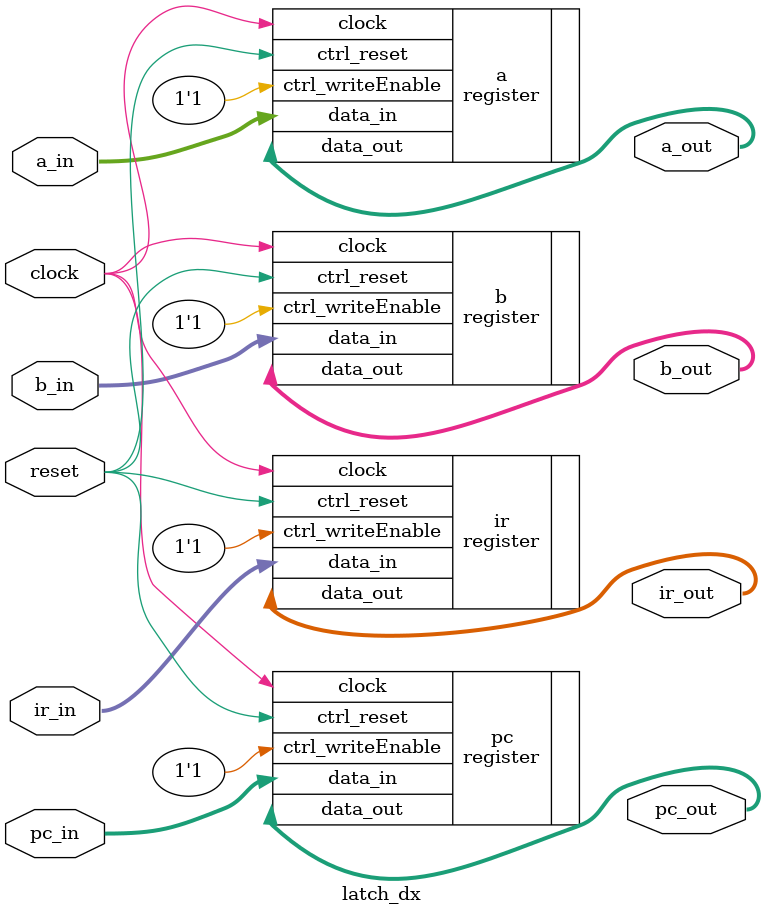
<source format=v>
module latch_dx (ir_in, pc_in, a_in, b_in, clock, reset, ir_out, pc_out, a_out, b_out);

input [31:0] ir_in, pc_in, a_in, b_in;
input clock, reset;

output [31:0] ir_out, pc_out, a_out, b_out;

register ir (
    .data_out(ir_out),
	 .clock(clock),
    .ctrl_writeEnable(1'b1),
    .ctrl_reset(reset),
	 .data_in(ir_in)
);

register pc (
    .data_out(pc_out),
	 .clock(clock),
    .ctrl_writeEnable(1'b1),
    .ctrl_reset(reset),
	 .data_in(pc_in)
);

register a (
    .data_out(a_out),
	 .clock(clock),
    .ctrl_writeEnable(1'b1),
    .ctrl_reset(reset),
	 .data_in(a_in)
);

register b (
    .data_out(b_out),
	 .clock(clock),
    .ctrl_writeEnable(1'b1),
    .ctrl_reset(reset),
	 .data_in(b_in)
);


endmodule 
</source>
